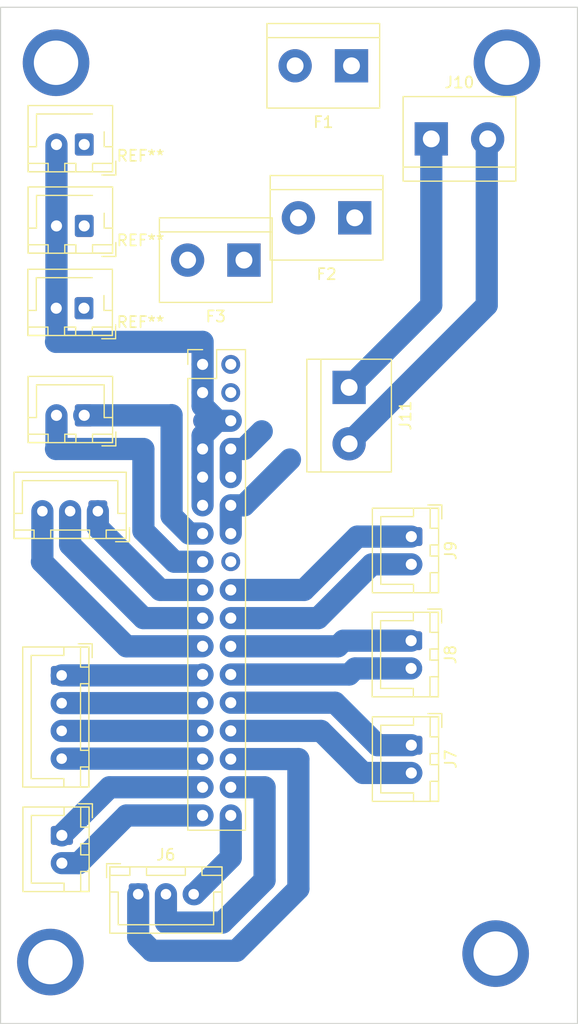
<source format=kicad_pcb>
(kicad_pcb (version 20221018) (generator pcbnew)
  (layers (0 "F.Cu" signal) (31 "B.Cu" signal) (34 "B.Paste" user) (35 "F.Paste" user) (36 "B.SilkS" user "B.Silkscreen") (37 "F.SilkS" user "F.Silkscreen") (38 "B.Mask" user) (39 "F.Mask" user) (44 "Edge.Cuts" user))
  (net 0 "")
  (net 1 "Net-(J1-Pin_2)")
  (net 2 "+24V")
  (net 3 "Net-(J1-Pin_10)")
  (net 4 "+12V")
  (net 5 "Net-(J1-Pin_12)")
  (net 6 "+5V")
  (net 7 "GND")
  (net 9 "Net-(J1-Pin_13)")
  (net 10 "Net-(J1-Pin_15)")
  (net 12 "Net-(J1-Pin_17)")
  (net 13 "/F1 +24v")
  (net 14 "Net-(J1-Pin_19)")
  (net 15 "Net-(J1-Pin_20)")
  (net 16 "Net-(J1-Pin_21)")
  (net 17 "/F2 +24v")
  (net 18 "Net-(J1-Pin_23)")
  (net 19 "Net-(J1-Pin_24)")
  (net 20 "Net-(J1-Pin_25)")
  (net 21 "/F3 +24v")
  (net 22 "Net-(J1-Pin_27)")
  (net 23 "Net-(J1-Pin_28)")
  (net 24 "Net-(J1-Pin_29)")
  (net 25 "Net-(J1-Pin_30)")
  (net 26 "Net-(J1-Pin_31)")
  (net 27 "Net-(J1-Pin_32)")
  (net 28 "Net-(J1-Pin_33)")
  (net 29 "Net-(J1-Pin_34)")
  (net 30 "Net-(J10-Pin_1)")
  (net 31 "Net-(J10-Pin_2)")
  (footprint "Connector_JST:JST_XH_B4B-XH-A_1x04_P2.50mm_Vertical" (layer "F.Cu") (at 20.508 75.198 -90)
    (fp_text reference "J4" hide)
    (fp_text value "Stepper")
    (fp_line (start -2.85 -2.75) (end -2.85 -1.5) (stroke (width 0.12)) (layer "F.SilkS"))
    (fp_line (start -2.56 -2.46) (end -2.56 3.51) (stroke (width 0.12)) (layer "F.SilkS"))
    (fp_line (start -2.56 3.51) (end 10.06 3.51) (stroke (width 0.12)) (layer "F.SilkS"))
    (fp_line (start -2.55 -2.45) (end -2.55 -1.7) (stroke (width 0.12)) (layer "F.SilkS"))
    (fp_line (start -2.55 -1.7) (end -0.75 -1.7) (stroke (width 0.12)) (layer "F.SilkS"))
    (fp_line (start -2.55 -0.2) (end -1.8 -0.2) (stroke (width 0.12)) (layer "F.SilkS"))
    (fp_line (start -1.8 -0.2) (end -1.8 2.75) (stroke (width 0.12)) (layer "F.SilkS"))
    (fp_line (start -1.8 2.75) (end 3.75 2.75) (stroke (width 0.12)) (layer "F.SilkS"))
    (fp_line (start -1.6 -2.75) (end -2.85 -2.75) (stroke (width 0.12)) (layer "F.SilkS"))
    (fp_line (start -0.75 -2.45) (end -2.55 -2.45) (stroke (width 0.12)) (layer "F.SilkS"))
    (fp_line (start -0.75 -1.7) (end -0.75 -2.45) (stroke (width 0.12)) (layer "F.SilkS"))
    (fp_line (start 0.75 -2.45) (end 0.75 -1.7) (stroke (width 0.12)) (layer "F.SilkS"))
    (fp_line (start 0.75 -1.7) (end 6.75 -1.7) (stroke (width 0.12)) (layer "F.SilkS"))
    (fp_line (start 6.75 -2.45) (end 0.75 -2.45) (stroke (width 0.12)) (layer "F.SilkS"))
    (fp_line (start 6.75 -1.7) (end 6.75 -2.45) (stroke (width 0.12)) (layer "F.SilkS"))
    (fp_line (start 8.25 -2.45) (end 8.25 -1.7) (stroke (width 0.12)) (layer "F.SilkS"))
    (fp_line (start 8.25 -1.7) (end 10.05 -1.7) (stroke (width 0.12)) (layer "F.SilkS"))
    (fp_line (start 9.3 -0.2) (end 9.3 2.75) (stroke (width 0.12)) (layer "F.SilkS"))
    (fp_line (start 9.3 2.75) (end 3.75 2.75) (stroke (width 0.12)) (layer "F.SilkS"))
    (fp_line (start 10.05 -2.45) (end 8.25 -2.45) (stroke (width 0.12)) (layer "F.SilkS"))
    (fp_line (start 10.05 -1.7) (end 10.05 -2.45) (stroke (width 0.12)) (layer "F.SilkS"))
    (fp_line (start 10.05 -0.2) (end 9.3 -0.2) (stroke (width 0.12)) (layer "F.SilkS"))
    (fp_line (start 10.06 -2.46) (end -2.56 -2.46) (stroke (width 0.12)) (layer "F.SilkS"))
    (fp_line (start 10.06 3.51) (end 10.06 -2.46) (stroke (width 0.12)) (layer "F.SilkS"))
    (pad "1" thru_hole roundrect (at 0 0 270) (size 1.7 1.95) (drill 0.95) (layers "*.Cu" "*.Mask") (roundrect_rratio 0.1470588235) (net 18 "Net-(J1-Pin_23)"))
    (pad "2" thru_hole oval (at 2.5 0 270) (size 1.7 1.95) (drill 0.95) (layers "*.Cu" "*.Mask") (net 20 "Net-(J1-Pin_25)"))
    (pad "3" thru_hole oval (at 5 0 270) (size 1.7 1.95) (drill 0.95) (layers "*.Cu" "*.Mask") (net 22 "Net-(J1-Pin_27)"))
    (pad "4" thru_hole oval (at 7.5 0 270) (size 1.7 1.95) (drill 0.95) (layers "*.Cu" "*.Mask") (net 24 "Net-(J1-Pin_29)"))
  )
  (footprint "TerminalBlock:TerminalBlock_bornier-2_P5.08mm" (layer "F.Cu") (at 46.924 33.97 180)
    (fp_text reference "F2" (at 2.54 -5.08 180) (layer "F.SilkS"))
    (fp_text value "Fuse")
    (fp_line (start -2.54 -3.81) (end -2.54 3.81) (stroke (width 0.12)) (layer "F.SilkS"))
    (fp_line (start -2.54 3.81) (end 7.62 3.81) (stroke (width 0.12)) (layer "F.SilkS"))
    (fp_line (start 7.62 -3.81) (end -2.54 -3.81) (stroke (width 0.12)) (layer "F.SilkS"))
    (fp_line (start 7.62 2.54) (end -2.54 2.54) (stroke (width 0.12)) (layer "F.SilkS"))
    (fp_line (start 7.62 3.81) (end 7.62 -3.81) (stroke (width 0.12)) (layer "F.SilkS"))
    (pad "1" thru_hole rect (at 0 0 180) (size 3 3) (drill 1.52) (layers "*.Cu" "*.Mask") (net 3 "Net-(J1-Pin_10)"))
    (pad "2" thru_hole circle (at 5.08 0 180) (size 3 3) (drill 1.52) (layers "*.Cu" "*.Mask") (net 4 "+12V"))
  )
  (footprint "Connector_JST:JST_XH_B3B-XH-A_1x03_P2.50mm_Vertical" (layer "F.Cu") (at 23.77 60.403 180)
    (fp_text reference "J3" hide)
    (fp_text value "3DT C")
    (fp_line (start -2.85 -2.75) (end -2.85 -1.5) (stroke (width 0.12)) (layer "F.SilkS"))
    (fp_line (start -2.56 -2.46) (end -2.56 3.51) (stroke (width 0.12)) (layer "F.SilkS"))
    (fp_line (start -2.56 3.51) (end 7.56 3.51) (stroke (width 0.12)) (layer "F.SilkS"))
    (fp_line (start -2.55 -2.45) (end -2.55 -1.7) (stroke (width 0.12)) (layer "F.SilkS"))
    (fp_line (start -2.55 -1.7) (end -0.75 -1.7) (stroke (width 0.12)) (layer "F.SilkS"))
    (fp_line (start -2.55 -0.2) (end -1.8 -0.2) (stroke (width 0.12)) (layer "F.SilkS"))
    (fp_line (start -1.8 -0.2) (end -1.8 2.75) (stroke (width 0.12)) (layer "F.SilkS"))
    (fp_line (start -1.8 2.75) (end 2.5 2.75) (stroke (width 0.12)) (layer "F.SilkS"))
    (fp_line (start -1.6 -2.75) (end -2.85 -2.75) (stroke (width 0.12)) (layer "F.SilkS"))
    (fp_line (start -0.75 -2.45) (end -2.55 -2.45) (stroke (width 0.12)) (layer "F.SilkS"))
    (fp_line (start -0.75 -1.7) (end -0.75 -2.45) (stroke (width 0.12)) (layer "F.SilkS"))
    (fp_line (start 0.75 -2.45) (end 0.75 -1.7) (stroke (width 0.12)) (layer "F.SilkS"))
    (fp_line (start 0.75 -1.7) (end 4.25 -1.7) (stroke (width 0.12)) (layer "F.SilkS"))
    (fp_line (start 4.25 -2.45) (end 0.75 -2.45) (stroke (width 0.12)) (layer "F.SilkS"))
    (fp_line (start 4.25 -1.7) (end 4.25 -2.45) (stroke (width 0.12)) (layer "F.SilkS"))
    (fp_line (start 5.75 -2.45) (end 5.75 -1.7) (stroke (width 0.12)) (layer "F.SilkS"))
    (fp_line (start 5.75 -1.7) (end 7.55 -1.7) (stroke (width 0.12)) (layer "F.SilkS"))
    (fp_line (start 6.8 -0.2) (end 6.8 2.75) (stroke (width 0.12)) (layer "F.SilkS"))
    (fp_line (start 6.8 2.75) (end 2.5 2.75) (stroke (width 0.12)) (layer "F.SilkS"))
    (fp_line (start 7.55 -2.45) (end 5.75 -2.45) (stroke (width 0.12)) (layer "F.SilkS"))
    (fp_line (start 7.55 -1.7) (end 7.55 -2.45) (stroke (width 0.12)) (layer "F.SilkS"))
    (fp_line (start 7.55 -0.2) (end 6.8 -0.2) (stroke (width 0.12)) (layer "F.SilkS"))
    (fp_line (start 7.56 -2.46) (end -2.56 -2.46) (stroke (width 0.12)) (layer "F.SilkS"))
    (fp_line (start 7.56 3.51) (end 7.56 -2.46) (stroke (width 0.12)) (layer "F.SilkS"))
    (pad "1" thru_hole roundrect (at 0 0 180) (size 1.7 1.95) (drill 0.95) (layers "*.Cu" "*.Mask") (roundrect_rratio 0.1470588235) (net 12 "Net-(J1-Pin_17)"))
    (pad "2" thru_hole oval (at 2.5 0 180) (size 1.7 1.95) (drill 0.95) (layers "*.Cu" "*.Mask") (net 14 "Net-(J1-Pin_19)"))
    (pad "3" thru_hole oval (at 5 0 180) (size 1.7 1.95) (drill 0.95) (layers "*.Cu" "*.Mask") (net 16 "Net-(J1-Pin_21)"))
  )
  (footprint "Connector_JST:JST_XH_B2B-XH-A_1x02_P2.50mm_Vertical" (layer "F.Cu") (at 20.525 89.616 -90)
    (fp_text reference "J5" hide)
    (fp_text value "Thermastat")
    (fp_line (start -2.85 -2.75) (end -2.85 -1.5) (stroke (width 0.12)) (layer "F.SilkS"))
    (fp_line (start -2.56 -2.46) (end -2.56 3.51) (stroke (width 0.12)) (layer "F.SilkS"))
    (fp_line (start -2.56 3.51) (end 5.06 3.51) (stroke (width 0.12)) (layer "F.SilkS"))
    (fp_line (start -2.55 -2.45) (end -2.55 -1.7) (stroke (width 0.12)) (layer "F.SilkS"))
    (fp_line (start -2.55 -1.7) (end -0.75 -1.7) (stroke (width 0.12)) (layer "F.SilkS"))
    (fp_line (start -2.55 -0.2) (end -1.8 -0.2) (stroke (width 0.12)) (layer "F.SilkS"))
    (fp_line (start -1.8 -0.2) (end -1.8 2.75) (stroke (width 0.12)) (layer "F.SilkS"))
    (fp_line (start -1.8 2.75) (end 1.25 2.75) (stroke (width 0.12)) (layer "F.SilkS"))
    (fp_line (start -1.6 -2.75) (end -2.85 -2.75) (stroke (width 0.12)) (layer "F.SilkS"))
    (fp_line (start -0.75 -2.45) (end -2.55 -2.45) (stroke (width 0.12)) (layer "F.SilkS"))
    (fp_line (start -0.75 -1.7) (end -0.75 -2.45) (stroke (width 0.12)) (layer "F.SilkS"))
    (fp_line (start 0.75 -2.45) (end 0.75 -1.7) (stroke (width 0.12)) (layer "F.SilkS"))
    (fp_line (start 0.75 -1.7) (end 1.75 -1.7) (stroke (width 0.12)) (layer "F.SilkS"))
    (fp_line (start 1.75 -2.45) (end 0.75 -2.45) (stroke (width 0.12)) (layer "F.SilkS"))
    (fp_line (start 1.75 -1.7) (end 1.75 -2.45) (stroke (width 0.12)) (layer "F.SilkS"))
    (fp_line (start 3.25 -2.45) (end 3.25 -1.7) (stroke (width 0.12)) (layer "F.SilkS"))
    (fp_line (start 3.25 -1.7) (end 5.05 -1.7) (stroke (width 0.12)) (layer "F.SilkS"))
    (fp_line (start 4.3 -0.2) (end 4.3 2.75) (stroke (width 0.12)) (layer "F.SilkS"))
    (fp_line (start 4.3 2.75) (end 1.25 2.75) (stroke (width 0.12)) (layer "F.SilkS"))
    (fp_line (start 5.05 -2.45) (end 3.25 -2.45) (stroke (width 0.12)) (layer "F.SilkS"))
    (fp_line (start 5.05 -1.7) (end 5.05 -2.45) (stroke (width 0.12)) (layer "F.SilkS"))
    (fp_line (start 5.05 -0.2) (end 4.3 -0.2) (stroke (width 0.12)) (layer "F.SilkS"))
    (fp_line (start 5.06 -2.46) (end -2.56 -2.46) (stroke (width 0.12)) (layer "F.SilkS"))
    (fp_line (start 5.06 3.51) (end 5.06 -2.46) (stroke (width 0.12)) (layer "F.SilkS"))
    (pad "1" thru_hole roundrect (at 0 0 270) (size 1.7 2) (drill 1) (layers "*.Cu" "*.Mask") (roundrect_rratio 0.1470588235) (net 26 "Net-(J1-Pin_31)"))
    (pad "2" thru_hole oval (at 2.5 0 270) (size 1.7 2) (drill 1) (layers "*.Cu" "*.Mask") (net 28 "Net-(J1-Pin_33)"))
  )
  (footprint "Connector_JST:JST_XH_B2B-XH-AM_1x02_P2.50mm_Vertical" (layer "F.Cu") (at 22.52 42.115 180)
    (fp_text reference "REF**" (at -5.1 -1.253) (layer "F.SilkS"))
    (fp_text value "+5v")
    (fp_line (start -2.85 -2.75) (end -2.85 -1.5) (stroke (width 0.12)) (layer "F.SilkS"))
    (fp_line (start -2.56 -2.46) (end -2.56 3.51) (stroke (width 0.12)) (layer "F.SilkS"))
    (fp_line (start -2.56 3.51) (end 5.06 3.51) (stroke (width 0.12)) (layer "F.SilkS"))
    (fp_line (start -2.55 -2.45) (end -2.55 -1.7) (stroke (width 0.12)) (layer "F.SilkS"))
    (fp_line (start -2.55 -1.7) (end -0.75 -1.7) (stroke (width 0.12)) (layer "F.SilkS"))
    (fp_line (start -2.55 -0.2) (end -1.8 -0.2) (stroke (width 0.12)) (layer "F.SilkS"))
    (fp_line (start -1.8 -0.2) (end -1.8 1.14) (stroke (width 0.12)) (layer "F.SilkS"))
    (fp_line (start -1.6 -2.75) (end -2.85 -2.75) (stroke (width 0.12)) (layer "F.SilkS"))
    (fp_line (start -0.75 -2.45) (end -2.55 -2.45) (stroke (width 0.12)) (layer "F.SilkS"))
    (fp_line (start -0.75 -1.7) (end -0.75 -2.45) (stroke (width 0.12)) (layer "F.SilkS"))
    (fp_line (start 0.75 -2.45) (end 0.75 -1.7) (stroke (width 0.12)) (layer "F.SilkS"))
    (fp_line (start 0.75 -1.7) (end 1.75 -1.7) (stroke (width 0.12)) (layer "F.SilkS"))
    (fp_line (start 1.25 2.75) (end -0.74 2.75) (stroke (width 0.12)) (layer "F.SilkS"))
    (fp_line (start 1.75 -2.45) (end 0.75 -2.45) (stroke (width 0.12)) (layer "F.SilkS"))
    (fp_line (start 1.75 -1.7) (end 1.75 -2.45) (stroke (width 0.12)) (layer "F.SilkS"))
    (fp_line (start 3.25 -2.45) (end 3.25 -1.7) (stroke (width 0.12)) (layer "F.SilkS"))
    (fp_line (start 3.25 -1.7) (end 5.05 -1.7) (stroke (width 0.12)) (layer "F.SilkS"))
    (fp_line (start 4.3 -0.2) (end 4.3 2.75) (stroke (width 0.12)) (layer "F.SilkS"))
    (fp_line (start 4.3 2.75) (end 1.25 2.75) (stroke (width 0.12)) (layer "F.SilkS"))
    (fp_line (start 5.05 -2.45) (end 3.25 -2.45) (stroke (width 0.12)) (layer "F.SilkS"))
    (fp_line (start 5.05 -1.7) (end 5.05 -2.45) (stroke (width 0.12)) (layer "F.SilkS"))
    (fp_line (start 5.05 -0.2) (end 4.3 -0.2) (stroke (width 0.12)) (layer "F.SilkS"))
    (fp_line (start 5.06 -2.46) (end -2.56 -2.46) (stroke (width 0.12)) (layer "F.SilkS"))
    (fp_line (start 5.06 3.51) (end 5.06 -2.46) (stroke (width 0.12)) (layer "F.SilkS"))
    (pad "" np_thru_hole circle (at -1.6 2 180) (size 1.2 1.2) (drill 1.2) (layers "F&B.Cu" "*.Mask"))
    (pad "1" thru_hole roundrect (at 0 0 180) (size 1.7 2) (drill 1) (layers "*.Cu" "*.Mask") (roundrect_rratio 0.1470588235) (net 6 "+5V"))
    (pad "2" thru_hole oval (at 2.5 0 180) (size 1.7 2) (drill 1) (layers "*.Cu" "*.Mask") (net 7 "GND"))
  )
  (footprint "Connector_JST:JST_XH_B3B-XH-A_1x03_P2.50mm_Vertical" (layer "F.Cu") (at 27.406 94.913)
    (fp_text reference "J6" (at 2.5 -3.55) (layer "F.SilkS"))
    (fp_text value "Stop Sensor")
    (fp_line (start -2.85 -2.75) (end -2.85 -1.5) (stroke (width 0.12)) (layer "F.SilkS"))
    (fp_line (start -2.56 -2.46) (end -2.56 3.51) (stroke (width 0.12)) (layer "F.SilkS"))
    (fp_line (start -2.56 3.51) (end 7.56 3.51) (stroke (width 0.12)) (layer "F.SilkS"))
    (fp_line (start -2.55 -2.45) (end -2.55 -1.7) (stroke (width 0.12)) (layer "F.SilkS"))
    (fp_line (start -2.55 -1.7) (end -0.75 -1.7) (stroke (width 0.12)) (layer "F.SilkS"))
    (fp_line (start -2.55 -0.2) (end -1.8 -0.2) (stroke (width 0.12)) (layer "F.SilkS"))
    (fp_line (start -1.8 -0.2) (end -1.8 2.75) (stroke (width 0.12)) (layer "F.SilkS"))
    (fp_line (start -1.8 2.75) (end 2.5 2.75) (stroke (width 0.12)) (layer "F.SilkS"))
    (fp_line (start -1.6 -2.75) (end -2.85 -2.75) (stroke (width 0.12)) (layer "F.SilkS"))
    (fp_line (start -0.75 -2.45) (end -2.55 -2.45) (stroke (width 0.12)) (layer "F.SilkS"))
    (fp_line (start -0.75 -1.7) (end -0.75 -2.45) (stroke (width 0.12)) (layer "F.SilkS"))
    (fp_line (start 0.75 -2.45) (end 0.75 -1.7) (stroke (width 0.12)) (layer "F.SilkS"))
    (fp_line (start 0.75 -1.7) (end 4.25 -1.7) (stroke (width 0.12)) (layer "F.SilkS"))
    (fp_line (start 4.25 -2.45) (end 0.75 -2.45) (stroke (width 0.12)) (layer "F.SilkS"))
    (fp_line (start 4.25 -1.7) (end 4.25 -2.45) (stroke (width 0.12)) (layer "F.SilkS"))
    (fp_line (start 5.75 -2.45) (end 5.75 -1.7) (stroke (width 0.12)) (layer "F.SilkS"))
    (fp_line (start 5.75 -1.7) (end 7.55 -1.7) (stroke (width 0.12)) (layer "F.SilkS"))
    (fp_line (start 6.8 -0.2) (end 6.8 2.75) (stroke (width 0.12)) (layer "F.SilkS"))
    (fp_line (start 6.8 2.75) (end 2.5 2.75) (stroke (width 0.12)) (layer "F.SilkS"))
    (fp_line (start 7.55 -2.45) (end 5.75 -2.45) (stroke (width 0.12)) (layer "F.SilkS"))
    (fp_line (start 7.55 -1.7) (end 7.55 -2.45) (stroke (width 0.12)) (layer "F.SilkS"))
    (fp_line (start 7.55 -0.2) (end 6.8 -0.2) (stroke (width 0.12)) (layer "F.SilkS"))
    (fp_line (start 7.56 -2.46) (end -2.56 -2.46) (stroke (width 0.12)) (layer "F.SilkS"))
    (fp_line (start 7.56 3.51) (end 7.56 -2.46) (stroke (width 0.12)) (layer "F.SilkS"))
    (pad "1" thru_hole roundrect (at 0 0) (size 1.7 1.95) (drill 0.95) (layers "*.Cu" "*.Mask") (roundrect_rratio 0.1470588235) (net 25 "Net-(J1-Pin_30)"))
    (pad "2" thru_hole oval (at 2.5 0) (size 1.7 1.95) (drill 0.95) (layers "*.Cu" "*.Mask") (net 27 "Net-(J1-Pin_32)"))
    (pad "3" thru_hole oval (at 5 0) (size 1.7 1.95) (drill 0.95) (layers "*.Cu" "*.Mask") (net 29 "Net-(J1-Pin_34)"))
  )
  (footprint "Connector_JST:JST_XH_B2B-XH-A_1x02_P2.50mm_Vertical" (layer "F.Cu") (at 52.004 72.07 -90)
    (fp_text reference "J8" (at 1.25 -3.55 90) (layer "F.SilkS"))
    (fp_text value "Fan2" hide)
    (fp_line (start -2.85 -2.75) (end -2.85 -1.5) (stroke (width 0.12)) (layer "F.SilkS"))
    (fp_line (start -2.56 -2.46) (end -2.56 3.51) (stroke (width 0.12)) (layer "F.SilkS"))
    (fp_line (start -2.56 3.51) (end 5.06 3.51) (stroke (width 0.12)) (layer "F.SilkS"))
    (fp_line (start -2.55 -2.45) (end -2.55 -1.7) (stroke (width 0.12)) (layer "F.SilkS"))
    (fp_line (start -2.55 -1.7) (end -0.75 -1.7) (stroke (width 0.12)) (layer "F.SilkS"))
    (fp_line (start -2.55 -0.2) (end -1.8 -0.2) (stroke (width 0.12)) (layer "F.SilkS"))
    (fp_line (start -1.8 -0.2) (end -1.8 2.75) (stroke (width 0.12)) (layer "F.SilkS"))
    (fp_line (start -1.8 2.75) (end 1.25 2.75) (stroke (width 0.12)) (layer "F.SilkS"))
    (fp_line (start -1.6 -2.75) (end -2.85 -2.75) (stroke (width 0.12)) (layer "F.SilkS"))
    (fp_line (start -0.75 -2.45) (end -2.55 -2.45) (stroke (width 0.12)) (layer "F.SilkS"))
    (fp_line (start -0.75 -1.7) (end -0.75 -2.45) (stroke (width 0.12)) (layer "F.SilkS"))
    (fp_line (start 0.75 -2.45) (end 0.75 -1.7) (stroke (width 0.12)) (layer "F.SilkS"))
    (fp_line (start 0.75 -1.7) (end 1.75 -1.7) (stroke (width 0.12)) (layer "F.SilkS"))
    (fp_line (start 1.75 -2.45) (end 0.75 -2.45) (stroke (width 0.12)) (layer "F.SilkS"))
    (fp_line (start 1.75 -1.7) (end 1.75 -2.45) (stroke (width 0.12)) (layer "F.SilkS"))
    (fp_line (start 3.25 -2.45) (end 3.25 -1.7) (stroke (width 0.12)) (layer "F.SilkS"))
    (fp_line (start 3.25 -1.7) (end 5.05 -1.7) (stroke (width 0.12)) (layer "F.SilkS"))
    (fp_line (start 4.3 -0.2) (end 4.3 2.75) (stroke (width 0.12)) (layer "F.SilkS"))
    (fp_line (start 4.3 2.75) (end 1.25 2.75) (stroke (width 0.12)) (layer "F.SilkS"))
    (fp_line (start 5.05 -2.45) (end 3.25 -2.45) (stroke (width 0.12)) (layer "F.SilkS"))
    (fp_line (start 5.05 -1.7) (end 5.05 -2.45) (stroke (width 0.12)) (layer "F.SilkS"))
    (fp_line (start 5.05 -0.2) (end 4.3 -0.2) (stroke (width 0.12)) (layer "F.SilkS"))
    (fp_line (start 5.06 -2.46) (end -2.56 -2.46) (stroke (width 0.12)) (layer "F.SilkS"))
    (fp_line (start 5.06 3.51) (end 5.06 -2.46) (stroke (width 0.12)) (layer "F.SilkS"))
    (pad "1" thru_hole roundrect (at 0 0 270) (size 1.7 2) (drill 1) (layers "*.Cu" "*.Mask") (roundrect_rratio 0.1470588235) (net 17 "/F2 +24v"))
    (pad "2" thru_hole oval (at 2.5 0 270) (size 1.7 2) (drill 1) (layers "*.Cu" "*.Mask") (net 19 "Net-(J1-Pin_24)"))
  )
  (footprint "TerminalBlock:TerminalBlock_bornier-2_P5.08mm" (layer "F.Cu") (at 46.416 49.25 -90)
    (fp_text reference "J11" (at 2.54 -5.08 -90) (layer "F.SilkS"))
    (fp_text value "Header Out")
    (fp_line (start -2.54 -3.81) (end -2.54 3.81) (stroke (width 0.12)) (layer "F.SilkS"))
    (fp_line (start -2.54 3.81) (end 7.62 3.81) (stroke (width 0.12)) (layer "F.SilkS"))
    (fp_line (start 7.62 -3.81) (end -2.54 -3.81) (stroke (width 0.12)) (layer "F.SilkS"))
    (fp_line (start 7.62 2.54) (end -2.54 2.54) (stroke (width 0.12)) (layer "F.SilkS"))
    (fp_line (start 7.62 3.81) (end 7.62 -3.81) (stroke (width 0.12)) (layer "F.SilkS"))
    (pad "1" thru_hole rect (at 0 0 270) (size 3 3) (drill 1.52) (layers "*.Cu" "*.Mask") (net 30 "Net-(J10-Pin_1)"))
    (pad "2" thru_hole circle (at 5.08 0 270) (size 3 3) (drill 1.52) (layers "*.Cu" "*.Mask") (net 31 "Net-(J10-Pin_2)"))
  )
  (footprint "TerminalBlock:TerminalBlock_bornier-2_P5.08mm" (layer "F.Cu") (at 36.938 37.78 180)
    (fp_text reference "F3" (at 2.54 -5.08 180) (layer "F.SilkS"))
    (fp_text value "Fuse")
    (fp_line (start -2.54 -3.81) (end -2.54 3.81) (stroke (width 0.12)) (layer "F.SilkS"))
    (fp_line (start -2.54 3.81) (end 7.62 3.81) (stroke (width 0.12)) (layer "F.SilkS"))
    (fp_line (start 7.62 -3.81) (end -2.54 -3.81) (stroke (width 0.12)) (layer "F.SilkS"))
    (fp_line (start 7.62 2.54) (end -2.54 2.54) (stroke (width 0.12)) (layer "F.SilkS"))
    (fp_line (start 7.62 3.81) (end 7.62 -3.81) (stroke (width 0.12)) (layer "F.SilkS"))
    (pad "1" thru_hole rect (at 0 0 180) (size 3 3) (drill 1.52) (layers "*.Cu" "*.Mask") (net 1 "Net-(J1-Pin_2)"))
    (pad "2" thru_hole circle (at 5.08 0 180) (size 3 3) (drill 1.52) (layers "*.Cu" "*.Mask") (net 6 "+5V"))
  )
  (footprint "Connector_JST:JST_XH_B2B-XH-A_1x02_P2.50mm_Vertical" (layer "F.Cu") (at 52.021 81.488 -90)
    (fp_text reference "J7" (at 1.25 -3.55 90) (layer "F.SilkS"))
    (fp_text value "Fan1" hide)
    (fp_line (start -2.85 -2.75) (end -2.85 -1.5) (stroke (width 0.12)) (layer "F.SilkS"))
    (fp_line (start -2.56 -2.46) (end -2.56 3.51) (stroke (width 0.12)) (layer "F.SilkS"))
    (fp_line (start -2.56 3.51) (end 5.06 3.51) (stroke (width 0.12)) (layer "F.SilkS"))
    (fp_line (start -2.55 -2.45) (end -2.55 -1.7) (stroke (width 0.12)) (layer "F.SilkS"))
    (fp_line (start -2.55 -1.7) (end -0.75 -1.7) (stroke (width 0.12)) (layer "F.SilkS"))
    (fp_line (start -2.55 -0.2) (end -1.8 -0.2) (stroke (width 0.12)) (layer "F.SilkS"))
    (fp_line (start -1.8 -0.2) (end -1.8 2.75) (stroke (width 0.12)) (layer "F.SilkS"))
    (fp_line (start -1.8 2.75) (end 1.25 2.75) (stroke (width 0.12)) (layer "F.SilkS"))
    (fp_line (start -1.6 -2.75) (end -2.85 -2.75) (stroke (width 0.12)) (layer "F.SilkS"))
    (fp_line (start -0.75 -2.45) (end -2.55 -2.45) (stroke (width 0.12)) (layer "F.SilkS"))
    (fp_line (start -0.75 -1.7) (end -0.75 -2.45) (stroke (width 0.12)) (layer "F.SilkS"))
    (fp_line (start 0.75 -2.45) (end 0.75 -1.7) (stroke (width 0.12)) (layer "F.SilkS"))
    (fp_line (start 0.75 -1.7) (end 1.75 -1.7) (stroke (width 0.12)) (layer "F.SilkS"))
    (fp_line (start 1.75 -2.45) (end 0.75 -2.45) (stroke (width 0.12)) (layer "F.SilkS"))
    (fp_line (start 1.75 -1.7) (end 1.75 -2.45) (stroke (width 0.12)) (layer "F.SilkS"))
    (fp_line (start 3.25 -2.45) (end 3.25 -1.7) (stroke (width 0.12)) (layer "F.SilkS"))
    (fp_line (start 3.25 -1.7) (end 5.05 -1.7) (stroke (width 0.12)) (layer "F.SilkS"))
    (fp_line (start 4.3 -0.2) (end 4.3 2.75) (stroke (width 0.12)) (layer "F.SilkS"))
    (fp_line (start 4.3 2.75) (end 1.25 2.75) (stroke (width 0.12)) (layer "F.SilkS"))
    (fp_line (start 5.05 -2.45) (end 3.25 -2.45) (stroke (width 0.12)) (layer "F.SilkS"))
    (fp_line (start 5.05 -1.7) (end 5.05 -2.45) (stroke (width 0.12)) (layer "F.SilkS"))
    (fp_line (start 5.05 -0.2) (end 4.3 -0.2) (stroke (width 0.12)) (layer "F.SilkS"))
    (fp_line (start 5.06 -2.46) (end -2.56 -2.46) (stroke (width 0.12)) (layer "F.SilkS"))
    (fp_line (start 5.06 3.51) (end 5.06 -2.46) (stroke (width 0.12)) (layer "F.SilkS"))
    (pad "1" thru_hole roundrect (at 0 0 270) (size 1.7 2) (drill 1) (layers "*.Cu" "*.Mask") (roundrect_rratio 0.1470588235) (net 13 "/F1 +24v"))
    (pad "2" thru_hole oval (at 2.5 0 270) (size 1.7 2) (drill 1) (layers "*.Cu" "*.Mask") (net 23 "Net-(J1-Pin_28)"))
  )
  (footprint "Connector_JST:JST_XH_B2B-XH-A_1x02_P2.50mm_Vertical" (layer "F.Cu") (at 22.54 51.767 180)
    (fp_text reference "J2" hide)
    (fp_text value "3DT -Z")
    (fp_line (start -2.85 -2.75) (end -2.85 -1.5) (stroke (width 0.12)) (layer "F.SilkS"))
    (fp_line (start -2.56 -2.46) (end -2.56 3.51) (stroke (width 0.12)) (layer "F.SilkS"))
    (fp_line (start -2.56 3.51) (end 5.06 3.51) (stroke (width 0.12)) (layer "F.SilkS"))
    (fp_line (start -2.55 -2.45) (end -2.55 -1.7) (stroke (width 0.12)) (layer "F.SilkS"))
    (fp_line (start -2.55 -1.7) (end -0.75 -1.7) (stroke (width 0.12)) (layer "F.SilkS"))
    (fp_line (start -2.55 -0.2) (end -1.8 -0.2) (stroke (width 0.12)) (layer "F.SilkS"))
    (fp_line (start -1.8 -0.2) (end -1.8 2.75) (stroke (width 0.12)) (layer "F.SilkS"))
    (fp_line (start -1.8 2.75) (end 1.25 2.75) (stroke (width 0.12)) (layer "F.SilkS"))
    (fp_line (start -1.6 -2.75) (end -2.85 -2.75) (stroke (width 0.12)) (layer "F.SilkS"))
    (fp_line (start -0.75 -2.45) (end -2.55 -2.45) (stroke (width 0.12)) (layer "F.SilkS"))
    (fp_line (start -0.75 -1.7) (end -0.75 -2.45) (stroke (width 0.12)) (layer "F.SilkS"))
    (fp_line (start 0.75 -2.45) (end 0.75 -1.7) (stroke (width 0.12)) (layer "F.SilkS"))
    (fp_line (start 0.75 -1.7) (end 1.75 -1.7) (stroke (width 0.12)) (layer "F.SilkS"))
    (fp_line (start 1.75 -2.45) (end 0.75 -2.45) (stroke (width 0.12)) (layer "F.SilkS"))
    (fp_line (start 1.75 -1.7) (end 1.75 -2.45) (stroke (width 0.12)) (layer "F.SilkS"))
    (fp_line (start 3.25 -2.45) (end 3.25 -1.7) (stroke (width 0.12)) (layer "F.SilkS"))
    (fp_line (start 3.25 -1.7) (end 5.05 -1.7) (stroke (width 0.12)) (layer "F.SilkS"))
    (fp_line (start 4.3 -0.2) (end 4.3 2.75) (stroke (width 0.12)) (layer "F.SilkS"))
    (fp_line (start 4.3 2.75) (end 1.25 2.75) (stroke (width 0.12)) (layer "F.SilkS"))
    (fp_line (start 5.05 -2.45) (end 3.25 -2.45) (stroke (width 0.12)) (layer "F.SilkS"))
    (fp_line (start 5.05 -1.7) (end 5.05 -2.45) (stroke (width 0.12)) (layer "F.SilkS"))
    (fp_line (start 5.05 -0.2) (end 4.3 -0.2) (stroke (width 0.12)) (layer "F.SilkS"))
    (fp_line (start 5.06 -2.46) (end -2.56 -2.46) (stroke (width 0.12)) (layer "F.SilkS"))
    (fp_line (start 5.06 3.51) (end 5.06 -2.46) (stroke (width 0.12)) (layer "F.SilkS"))
    (pad "1" thru_hole roundrect (at 0 0 180) (size 1.7 2) (drill 1) (layers "*.Cu" "*.Mask") (roundrect_rratio 0.1470588235) (net 9 "Net-(J1-Pin_13)"))
    (pad "2" thru_hole oval (at 2.5 0 180) (size 1.7 2) (drill 1) (layers "*.Cu" "*.Mask") (net 10 "Net-(J1-Pin_15)"))
  )
  (footprint "Connector_JST:JST_XH_B2B-XH-AM_1x02_P2.50mm_Vertical" (layer "F.Cu") (at 22.54 27.366 180)
    (fp_text reference "REF**" (at -5.08 -1.016) (layer "F.SilkS"))
    (fp_text value "+24v")
    (fp_line (start -2.85 -2.75) (end -2.85 -1.5) (stroke (width 0.12)) (layer "F.SilkS"))
    (fp_line (start -2.56 -2.46) (end -2.56 3.51) (stroke (width 0.12)) (layer "F.SilkS"))
    (fp_line (start -2.56 3.51) (end 5.06 3.51) (stroke (width 0.12)) (layer "F.SilkS"))
    (fp_line (start -2.55 -2.45) (end -2.55 -1.7) (stroke (width 0.12)) (layer "F.SilkS"))
    (fp_line (start -2.55 -1.7) (end -0.75 -1.7) (stroke (width 0.12)) (layer "F.SilkS"))
    (fp_line (start -2.55 -0.2) (end -1.8 -0.2) (stroke (width 0.12)) (layer "F.SilkS"))
    (fp_line (start -1.8 -0.2) (end -1.8 1.14) (stroke (width 0.12)) (layer "F.SilkS"))
    (fp_line (start -1.6 -2.75) (end -2.85 -2.75) (stroke (width 0.12)) (layer "F.SilkS"))
    (fp_line (start -0.75 -2.45) (end -2.55 -2.45) (stroke (width 0.12)) (layer "F.SilkS"))
    (fp_line (start -0.75 -1.7) (end -0.75 -2.45) (stroke (width 0.12)) (layer "F.SilkS"))
    (fp_line (start 0.75 -2.45) (end 0.75 -1.7) (stroke (width 0.12)) (layer "F.SilkS"))
    (fp_line (start 0.75 -1.7) (end 1.75 -1.7) (stroke (width 0.12)) (layer "F.SilkS"))
    (fp_line (start 1.25 2.75) (end -0.74 2.75) (stroke (width 0.12)) (layer "F.SilkS"))
    (fp_line (start 1.75 -2.45) (end 0.75 -2.45) (stroke (width 0.12)) (layer "F.SilkS"))
    (fp_line (start 1.75 -1.7) (end 1.75 -2.45) (stroke (width 0.12)) (layer "F.SilkS"))
    (fp_line (start 3.25 -2.45) (end 3.25 -1.7) (stroke (width 0.12)) (layer "F.SilkS"))
    (fp_line (start 3.25 -1.7) (end 5.05 -1.7) (stroke (width 0.12)) (layer "F.SilkS"))
    (fp_line (start 4.3 -0.2) (end 4.3 2.75) (stroke (width 0.12)) (layer "F.SilkS"))
    (fp_line (start 4.3 2.75) (end 1.25 2.75) (stroke (width 0.12)) (layer "F.SilkS"))
    (fp_line (start 5.05 -2.45) (end 3.25 -2.45) (stroke (width 0.12)) (layer "F.SilkS"))
    (fp_line (start 5.05 -1.7) (end 5.05 -2.45) (stroke (width 0.12)) (layer "F.SilkS"))
    (fp_line (start 5.05 -0.2) (end 4.3 -0.2) (stroke (width 0.12)) (layer "F.SilkS"))
    (fp_line (start 5.06 -2.46) (end -2.56 -2.46) (stroke (width 0.12)) (layer "F.SilkS"))
    (fp_line (start 5.06 3.51) (end 5.06 -2.46) (stroke (width 0.12)) (layer "F.SilkS"))
    (pad "" np_thru_hole circle (at -1.6 2 180) (size 1.2 1.2) (drill 1.2) (layers "*.Cu" "*.Mask"))
    (pad "1" thru_hole roundrect (at 0 0 180) (size 1.7 2) (drill 1) (layers "*.Cu" "*.Mask") (roundrect_rratio 0.1470588235) (net 2 "+24V"))
    (pad "2" thru_hole oval (at 2.5 0 180) (size 1.7 2) (drill 1) (layers "*.Cu" "*.Mask") (net 7 "GND"))
  )
  (footprint "Connector_PinHeader_2.54mm:PinHeader_2x17_P2.54mm_Vertical" (layer "F.Cu") (at 33.208 47.178)
    (fp_text reference "J1" hide)
    (fp_text value "Floppy" hide)
    (fp_line (start -1.33 -1.33) (end 0 -1.33) (stroke (width 0.12)) (layer "F.SilkS"))
    (fp_line (start -1.33 0) (end -1.33 -1.33) (stroke (width 0.12)) (layer "F.SilkS"))
    (fp_line (start -1.33 1.27) (end -1.33 41.97) (stroke (width 0.12)) (layer "F.SilkS"))
    (fp_line (start -1.33 1.27) (end 1.27 1.27) (stroke (width 0.12)) (layer "F.SilkS"))
    (fp_line (start -1.33 41.97) (end 3.87 41.97) (stroke (width 0.12)) (layer "F.SilkS"))
    (fp_line (start 1.27 -1.33) (end 3.87 -1.33) (stroke (width 0.12)) (layer "F.SilkS"))
    (fp_line (start 1.27 1.27) (end 1.27 -1.33) (stroke (width 0.12)) (layer "F.SilkS"))
    (fp_line (start 3.87 -1.33) (end 3.87 41.97) (stroke (width 0.12)) (layer "F.SilkS"))
    (pad "1" thru_hole rect (at 0 0) (size 1.7 1.7) (drill 1) (layers "*.Cu" "*.Mask") (net 7 "GND"))
    (pad "2" thru_hole oval (at 2.54 0) (size 1.7 1.7) (drill 1) (layers "*.Cu" "*.Mask") (net 1 "Net-(J1-Pin_2)"))
    (pad "3" thru_hole oval (at 0 2.54) (size 1.7 1.7) (drill 1) (layers "*.Cu" "*.Mask") (net 7 "GND"))
    (pad "4" thru_hole oval (at 2.54 2.54) (size 1.7 1.7) (drill 1) (layers "*.Cu" "*.Mask") (net 1 "Net-(J1-Pin_2)"))
    (pad "5" smd oval (at 0 5.08) (size 1.7 1.7) (layers "*.Cu" "*.Mask"))
    (pad "6" thru_hole oval (at 2.54 5.08) (size 1.7 1.7) (drill 1) (layers "*.Cu" "*.Mask") (net 7 "GND"))
    (pad "7" thru_hole oval (at 0 7.62) (size 1.7 1.7) (drill 1) (layers "*.Cu" "*.Mask") (net 7 "GND"))
    (pad "8" thru_hole oval (at 2.54 7.62) (size 1.7 1.7) (drill 1) (layers "*.Cu" "*.Mask") (net 3 "Net-(J1-Pin_10)"))
    (pad "9" thru_hole oval (at 0 10.16) (size 1.7 1.7) (drill 1) (layers "*.Cu" "*.Mask") (net 7 "GND"))
    (pad "10" thru_hole oval (at 2.54 10.16) (size 1.7 1.7) (drill 1) (layers "*.Cu" "*.Mask") (net 3 "Net-(J1-Pin_10)"))
    (pad "11" thru_hole oval (at 0 12.7) (size 1.7 1.7) (drill 1) (layers "*.Cu" "*.Mask") (net 7 "GND"))
    (pad "12" thru_hole oval (at 2.54 12.7) (size 1.7 1.7) (drill 1) (layers "*.Cu" "*.Mask") (net 5 "Net-(J1-Pin_12)"))
    (pad "13" thru_hole oval (at 0 15.24) (size 1.7 1.7) (drill 1) (layers "*.Cu" "*.Mask") (net 9 "Net-(J1-Pin_13)"))
    (pad "14" thru_hole oval (at 2.54 15.24) (size 1.7 1.7) (drill 1) (layers "*.Cu" "*.Mask") (net 5 "Net-(J1-Pin_12)"))
    (pad "15" thru_hole oval (at 0 17.78) (size 1.7 1.7) (drill 1) (layers "*.Cu" "*.Mask") (net 10 "Net-(J1-Pin_15)"))
    (pad "16" thru_hole oval (at 2.54 17.78) (size 1.7 1.7) (drill 1) (layers "*.Cu" "*.Mask"))
    (pad "17" thru_hole oval (at 0 20.32) (size 1.7 1.7) (drill 1) (layers "*.Cu" "*.Mask") (net 12 "Net-(J1-Pin_17)"))
    (pad "18" thru_hole oval (at 2.54 20.32) (size 1.7 1.7) (drill 1) (layers "*.Cu" "*.Mask") (net 21 "/F3 +24v"))
    (pad "19" thru_hole oval (at 0 22.86) (size 1.7 1.7) (drill 1) (layers "*.Cu" "*.Mask") (net 14 "Net-(J1-Pin_19)"))
    (pad "20" thru_hole oval (at 2.54 22.86) (size 1.7 1.7) (drill 1) (layers "*.Cu" "*.Mask") (net 15 "Net-(J1-Pin_20)"))
    (pad "21" thru_hole oval (at 0 25.4) (size 1.7 1.7) (drill 1) (layers "*.Cu" "*.Mask") (net 16 "Net-(J1-Pin_21)"))
    (pad "22" thru_hole oval (at 2.54 25.4) (size 1.7 1.7) (drill 1) (layers "*.Cu" "*.Mask") (net 17 "/F2 +24v"))
    (pad "23" thru_hole oval (at 0 27.94) (size 1.7 1.7) (drill 1) (layers "*.Cu" "*.Mask") (net 18 "Net-(J1-Pin_23)"))
    (pad "24" thru_hole oval (at 2.54 27.94) (size 1.7 1.7) (drill 1) (layers "*.Cu" "*.Mask") (net 19 "Net-(J1-Pin_24)"))
    (pad "25" thru_hole oval (at 0 30.48) (size 1.7 1.7) (drill 1) (layers "*.Cu" "*.Mask") (net 20 "Net-(J1-Pin_25)"))
    (pad "26" thru_hole oval (at 2.54 30.48) (size 1.7 1.7) (drill 1) (layers "*.Cu" "*.Mask") (net 13 "/F1 +24v"))
    (pad "27" thru_hole oval (at 0 33.02) (size 1.7 1.7) (drill 1) (layers "*.Cu" "*.Mask") (net 22 "Net-(J1-Pin_27)"))
    (pad "28" thru_hole oval (at 2.54 33.02) (size 1.7 1.7) (drill 1) (layers "*.Cu" "*.Mask") (net 23 "Net-(J1-Pin_28)"))
    (pad "29" thru_hole oval (at 0 35.56) (size 1.7 1.7) (drill 1) (layers "*.Cu" "*.Mask") (net 24 "Net-(J1-Pin_29)"))
    (pad "30" thru_hole oval (at 2.54 35.56) (size 1.7 1.7) (drill 1) (layers "*.Cu" "*.Mask") (net 25 "Net-(J1-Pin_30)"))
    (pad "31" thru_hole oval (at 0 38.1) (size 1.7 1.7) (drill 1) (layers "*.Cu" "*.Mask") (net 26 "Net-(J1-Pin_31)"))
    (pad "32" thru_hole oval (at 2.54 38.1) (size 1.7 1.7) (drill 1) (layers "*.Cu" "*.Mask") (net 27 "Net-(J1-Pin_32)"))
    (pad "33" thru_hole oval (at 0 40.64) (size 1.7 1.7) (drill 1) (layers "*.Cu" "*.Mask") (net 28 "Net-(J1-Pin_33)"))
    (pad "34" thru_hole oval (at 2.54 40.64) (size 1.7 1.7) (drill 1) (layers "*.Cu" "*.Mask") (net 29 "Net-(J1-Pin_34)"))
  )
  (footprint "Connector_JST:JST_XH_B2B-XH-AM_1x02_P2.50mm_Vertical" (layer "F.Cu") (at 22.54 34.7 180)
    (fp_text reference "REF**" (at -5.08 -1.302) (layer "F.SilkS"))
    (fp_text value "+12v")
    (fp_line (start -2.85 -2.75) (end -2.85 -1.5) (stroke (width 0.12)) (layer "F.SilkS"))
    (fp_line (start -2.56 -2.46) (end -2.56 3.51) (stroke (width 0.12)) (layer "F.SilkS"))
    (fp_line (start -2.56 3.51) (end 5.06 3.51) (stroke (width 0.12)) (layer "F.SilkS"))
    (fp_line (start -2.55 -2.45) (end -2.55 -1.7) (stroke (width 0.12)) (layer "F.SilkS"))
    (fp_line (start -2.55 -1.7) (end -0.75 -1.7) (stroke (width 0.12)) (layer "F.SilkS"))
    (fp_line (start -2.55 -0.2) (end -1.8 -0.2) (stroke (width 0.12)) (layer "F.SilkS"))
    (fp_line (start -1.8 -0.2) (end -1.8 1.14) (stroke (width 0.12)) (layer "F.SilkS"))
    (fp_line (start -1.6 -2.75) (end -2.85 -2.75) (stroke (width 0.12)) (layer "F.SilkS"))
    (fp_line (start -0.75 -2.45) (end -2.55 -2.45) (stroke (width 0.12)) (layer "F.SilkS"))
    (fp_line (start -0.75 -1.7) (end -0.75 -2.45) (stroke (width 0.12)) (layer "F.SilkS"))
    (fp_line (start 0.75 -2.45) (end 0.75 -1.7) (stroke (width 0.12)) (layer "F.SilkS"))
    (fp_line (start 0.75 -1.7) (end 1.75 -1.7) (stroke (width 0.12)) (layer "F.SilkS"))
    (fp_line (start 1.25 2.75) (end -0.74 2.75) (stroke (width 0.12)) (layer "F.SilkS"))
    (fp_line (start 1.75 -2.45) (end 0.75 -2.45) (stroke (width 0.12)) (layer "F.SilkS"))
    (fp_line (start 1.75 -1.7) (end 1.75 -2.45) (stroke (width 0.12)) (layer "F.SilkS"))
    (fp_line (start 3.25 -2.45) (end 3.25 -1.7) (stroke (width 0.12)) (layer "F.SilkS"))
    (fp_line (start 3.25 -1.7) (end 5.05 -1.7) (stroke (width 0.12)) (layer "F.SilkS"))
    (fp_line (start 4.3 -0.2) (end 4.3 2.75) (stroke (width 0.12)) (layer "F.SilkS"))
    (fp_line (start 4.3 2.75) (end 1.25 2.75) (stroke (width 0.12)) (layer "F.SilkS"))
    (fp_line (start 5.05 -2.45) (end 3.25 -2.45) (stroke (width 0.12)) (layer "F.SilkS"))
    (fp_line (start 5.05 -1.7) (end 5.05 -2.45) (stroke (width 0.12)) (layer "F.SilkS"))
    (fp_line (start 5.05 -0.2) (end 4.3 -0.2) (stroke (width 0.12)) (layer "F.SilkS"))
    (fp_line (start 5.06 -2.46) (end -2.56 -2.46) (stroke (width 0.12)) (layer "F.SilkS"))
    (fp_line (start 5.06 3.51) (end 5.06 -2.46) (stroke (width 0.12)) (layer "F.SilkS"))
    (pad "" np_thru_hole circle (at -1.6 2 180) (size 1.2 1.2) (drill 1.2) (layers "F&B.Cu" "*.Mask"))
    (pad "1" thru_hole roundrect (at 0 0 180) (size 1.7 2) (drill 1) (layers "*.Cu" "*.Mask") (roundrect_rratio 0.1470588235) (net 4 "+12V"))
    (pad "2" thru_hole oval (at 2.5 0 180) (size 1.7 2) (drill 1) (layers "*.Cu" "*.Mask") (net 7 "GND"))
  )
  (footprint "Connector_JST:JST_XH_B2B-XH-A_1x02_P2.50mm_Vertical" (layer "F.Cu") (at 52.021 62.692 -90)
    (fp_text reference "J9" (at 1.25 -3.55 90) (layer "F.SilkS"))
    (fp_text value "Fan3" hide)
    (fp_line (start -2.85 -2.75) (end -2.85 -1.5) (stroke (width 0.12)) (layer "F.SilkS"))
    (fp_line (start -2.56 -2.46) (end -2.56 3.51) (stroke (width 0.12)) (layer "F.SilkS"))
    (fp_line (start -2.56 3.51) (end 5.06 3.51) (stroke (width 0.12)) (layer "F.SilkS"))
    (fp_line (start -2.55 -2.45) (end -2.55 -1.7) (stroke (width 0.12)) (layer "F.SilkS"))
    (fp_line (start -2.55 -1.7) (end -0.75 -1.7) (stroke (width 0.12)) (layer "F.SilkS"))
    (fp_line (start -2.55 -0.2) (end -1.8 -0.2) (stroke (width 0.12)) (layer "F.SilkS"))
    (fp_line (start -1.8 -0.2) (end -1.8 2.75) (stroke (width 0.12)) (layer "F.SilkS"))
    (fp_line (start -1.8 2.75) (end 1.25 2.75) (stroke (width 0.12)) (layer "F.SilkS"))
    (fp_line (start -1.6 -2.75) (end -2.85 -2.75) (stroke (width 0.12)) (layer "F.SilkS"))
    (fp_line (start -0.75 -2.45) (end -2.55 -2.45) (stroke (width 0.12)) (layer "F.SilkS"))
    (fp_line (start -0.75 -1.7) (end -0.75 -2.45) (stroke (width 0.12)) (layer "F.SilkS"))
    (fp_line (start 0.75 -2.45) (end 0.75 -1.7) (stroke (width 0.12)) (layer "F.SilkS"))
    (fp_line (start 0.75 -1.7) (end 1.75 -1.7) (stroke (width 0.12)) (layer "F.SilkS"))
    (fp_line (start 1.75 -2.45) (end 0.75 -2.45) (stroke (width 0.12)) (layer "F.SilkS"))
    (fp_line (start 1.75 -1.7) (end 1.75 -2.45) (stroke (width 0.12)) (layer "F.SilkS"))
    (fp_line (start 3.25 -2.45) (end 3.25 -1.7) (stroke (width 0.12)) (layer "F.SilkS"))
    (fp_line (start 3.25 -1.7) (end 5.05 -1.7) (stroke (width 0.12)) (layer "F.SilkS"))
    (fp_line (start 4.3 -0.2) (end 4.3 2.75) (stroke (width 0.12)) (layer "F.SilkS"))
    (fp_line (start 4.3 2.75) (end 1.25 2.75) (stroke (width 0.12)) (layer "F.SilkS"))
    (fp_line (start 5.05 -2.45) (end 3.25 -2.45) (stroke (width 0.12)) (layer "F.SilkS"))
    (fp_line (start 5.05 -1.7) (end 5.05 -2.45) (stroke (width 0.12)) (layer "F.SilkS"))
    (fp_line (start 5.05 -0.2) (end 4.3 -0.2) (stroke (width 0.12)) (layer "F.SilkS"))
    (fp_line (start 5.06 -2.46) (end -2.56 -2.46) (stroke (width 0.12)) (layer "F.SilkS"))
    (fp_line (start 5.06 3.51) (end 5.06 -2.46) (stroke (width 0.12)) (layer "F.SilkS"))
    (pad "1" thru_hole roundrect (at 0 0 270) (size 1.7 2) (drill 1) (layers "*.Cu" "*.Mask") (roundrect_rratio 0.1470588235) (net 21 "/F3 +24v"))
    (pad "2" thru_hole oval (at 2.5 0 270) (size 1.7 2) (drill 1) (layers "*.Cu" "*.Mask") (net 15 "Net-(J1-Pin_20)"))
  )
  (footprint "TerminalBlock:TerminalBlock_bornier-2_P5.08mm" (layer "F.Cu") (at 46.63 20.274 180)
    (fp_text reference "F1" (at 2.54 -5.08 180) (layer "F.SilkS"))
    (fp_text value "Fuse")
    (fp_line (start -2.54 -3.81) (end -2.54 3.81) (stroke (width 0.12)) (layer "F.SilkS"))
    (fp_line (start -2.54 3.81) (end 7.62 3.81) (stroke (width 0.12)) (layer "F.SilkS"))
    (fp_line (start 7.62 -3.81) (end -2.54 -3.81) (stroke (width 0.12)) (layer "F.SilkS"))
    (fp_line (start 7.62 2.54) (end -2.54 2.54) (stroke (width 0.12)) (layer "F.SilkS"))
    (fp_line (start 7.62 3.81) (end 7.62 -3.81) (stroke (width 0.12)) (layer "F.SilkS"))
    (pad "1" thru_hole rect (at 0 0 180) (size 3 3) (drill 1.52) (layers "*.Cu" "*.Mask") (net 5 "Net-(J1-Pin_12)"))
    (pad "2" thru_hole circle (at 5.08 0 180) (size 3 3) (drill 1.52) (layers "*.Cu" "*.Mask") (net 2 "+24V"))
  )
  (footprint "TerminalBlock:TerminalBlock_bornier-2_P5.08mm" (layer "F.Cu") (at 53.822 26.858)
    (fp_text reference "J10" (at 2.54 -5.08) (layer "F.SilkS"))
    (fp_text value "Heater In")
    (fp_line (start -2.54 -3.81) (end -2.54 3.81) (stroke (width 0.12)) (layer "F.SilkS"))
    (fp_line (start -2.54 3.81) (end 7.62 3.81) (stroke (width 0.12)) (layer "F.SilkS"))
    (fp_line (start 7.62 -3.81) (end -2.54 -3.81) (stroke (width 0.12)) (layer "F.SilkS"))
    (fp_line (start 7.62 2.54) (end -2.54 2.54) (stroke (width 0.12)) (layer "F.SilkS"))
    (fp_line (start 7.62 3.81) (end 7.62 -3.81) (stroke (width 0.12)) (layer "F.SilkS"))
    (pad "1" thru_hole rect (at 0 0) (size 3 3) (drill 1.52) (layers "*.Cu" "*.Mask") (net 30 "Net-(J10-Pin_1)"))
    (pad "2" thru_hole circle (at 5.08 0) (size 3 3) (drill 1.52) (layers "*.Cu" "*.Mask") (net 31 "Net-(J10-Pin_2)"))
  )
  (gr_rect (start 15 15) (end 66.998 106.566) (stroke (width 0.1)) (fill none) (layer "Edge.Cuts"))
  (via (at 60.64 20) (size 6) (drill 4) (layers "F.Cu" "B.Cu") (net 0))
  (via (at 19.492 101.026) (size 6) (drill 4) (layers "F.Cu" "B.Cu") (net 0))
  (via (at 20 20) (size 6) (drill 4) (layers "F.Cu" "B.Cu") (net 0))
  (via (at 59.624 100.264) (size 6) (drill 4) (layers "F.Cu" "B.Cu") (net 0))
  (segment (start 36.950081 54.798) (end 35.748 54.798) (width 2) (layer "B.Cu") (net 3))
  (segment (start 35.748 54.798) (end 35.748 57.338) (width 2) (layer "B.Cu") (net 3))
  (segment (start 38.542 53.206081) (end 36.950081 54.798) (width 2) (layer "B.Cu") (net 3))
  (segment (start 41.082 55.746081) (end 36.950081 59.878) (width 2) (layer "B.Cu") (net 5))
  (segment (start 36.950081 59.878) (end 35.748 59.878) (width 2) (layer "B.Cu") (net 5))
  (segment (start 35.748 62.418) (end 35.748 59.878) (width 2) (layer "B.Cu") (net 5))
  (segment (start 33.208 49.718) (end 33.208 50.920081) (width 2) (layer "B.Cu") (net 7))
  (segment (start 33.208 57.338) (end 33.208 59.878) (width 2) (layer "B.Cu") (net 7))
  (segment (start 35.748 52.258) (end 34.545919 52.258) (width 2) (layer "B.Cu") (net 7))
  (segment (start 33.208 53.595919) (end 33.208 54.798) (width 2) (layer "B.Cu") (net 7))
  (segment (start 33.208 47.178) (end 33.208 49.718) (width 2) (layer "B.Cu") (net 7))
  (segment (start 34.545919 52.258) (end 33.208 53.595919) (width 2) (layer "B.Cu") (net 7))
  (segment (start 33.208 45.146) (end 33.208 47.178) (width 2) (layer "B.Cu") (net 7))
  (segment (start 20.04 45.106) (end 20 45.146) (width 2) (layer "B.Cu") (net 7))
  (segment (start 20.04 27.366) (end 20.04 45.106) (width 2) (layer "B.Cu") (net 7))
  (segment (start 33.208 54.798) (end 33.208 57.338) (width 2) (layer "B.Cu") (net 7))
  (segment (start 20 45.146) (end 33.208 45.146) (width 2) (layer "B.Cu") (net 7))
  (segment (start 33.208 50.920081) (end 34.545919 52.258) (width 2) (layer "B.Cu") (net 7))
  (segment (start 32.005919 62.418) (end 33.208 62.418) (width 2) (layer "B.Cu") (net 9))
  (segment (start 30.414 60.826081) (end 32.005919 62.418) (width 2) (layer "B.Cu") (net 9))
  (segment (start 30.414 51.75) (end 30.414 60.826081) (width 2) (layer "B.Cu") (net 9))
  (segment (start 22.54 51.767) (end 30.397 51.767) (width 2) (layer "B.Cu") (net 9))
  (segment (start 30.397 51.767) (end 30.414 51.75) (width 2) (layer "B.Cu") (net 9))
  (segment (start 30.668 64.958) (end 33.208 64.958) (width 2) (layer "B.Cu") (net 10))
  (segment (start 20.04 54.758) (end 20 54.798) (width 2) (layer "B.Cu") (net 10))
  (segment (start 20.04 51.767) (end 20.04 54.758) (width 2) (layer "B.Cu") (net 10))
  (segment (start 27.874 62.164) (end 30.668 64.958) (width 2) (layer "B.Cu") (net 10))
  (segment (start 27.874 54.798) (end 27.874 62.164) (width 2) (layer "B.Cu") (net 10))
  (segment (start 20 54.798) (end 27.874 54.798) (width 2) (layer "B.Cu") (net 10))
  (segment (start 23.77 61.87) (end 29.398 67.498) (width 2) (layer "B.Cu") (net 12))
  (segment (start 29.398 67.498) (end 33.208 67.498) (width 2) (layer "B.Cu") (net 12))
  (segment (start 23.77 60.403) (end 23.77 61.87) (width 2) (layer "B.Cu") (net 12))
  (segment (start 45.146 77.658) (end 35.748 77.658) (width 2) (layer "B.Cu") (net 13))
  (segment (start 52.021 81.488) (end 48.976 81.488) (width 2) (layer "B.Cu") (net 13))
  (segment (start 48.976 81.488) (end 45.146 77.658) (width 2) (layer "B.Cu") (net 13))
  (segment (start 21.27 60.403) (end 21.27 63.434) (width 2) (layer "B.Cu") (net 14))
  (segment (start 27.874 70.038) (end 33.208 70.038) (width 2) (layer "B.Cu") (net 14))
  (segment (start 21.27 63.434) (end 27.874 70.038) (width 2) (layer "B.Cu") (net 14))
  (segment (start 48.468 65.192) (end 43.622 70.038) (width 2) (layer "B.Cu") (net 15))
  (segment (start 43.622 70.038) (end 35.748 70.038) (width 2) (layer "B.Cu") (net 15))
  (segment (start 52.021 65.192) (end 48.468 65.192) (width 2) (layer "B.Cu") (net 15))
  (segment (start 18.73 64.958) (end 26.35 72.578) (width 2) (layer "B.Cu") (net 16))
  (segment (start 18.77 64.918) (end 18.73 64.958) (width 2) (layer "B.Cu") (net 16))
  (segment (start 18.77 60.403) (end 18.77 64.918) (width 2) (layer "B.Cu") (net 16))
  (segment (start 26.35 72.578) (end 33.208 72.578) (width 2) (layer "B.Cu") (net 16))
  (segment (start 45.4 72.578) (end 35.748 72.578) (width 2) (layer "B.Cu") (net 17))
  (segment (start 45.908 72.07) (end 45.4 72.578) (width 2) (layer "B.Cu") (net 17))
  (segment (start 52.004 72.07) (end 45.908 72.07) (width 2) (layer "B.Cu") (net 17))
  (segment (start 33.128 75.198) (end 33.208 75.118) (width 2) (layer "B.Cu") (net 18))
  (segment (start 20.508 75.198) (end 33.128 75.198) (width 2) (layer "B.Cu") (net 18))
  (segment (start 46.416 75.118) (end 35.748 75.118) (width 2) (layer "B.Cu") (net 19))
  (segment (start 46.964 74.57) (end 46.416 75.118) (width 2) (layer "B.Cu") (net 19))
  (segment (start 52.004 74.57) (end 46.964 74.57) (width 2) (layer "B.Cu") (net 19))
  (segment (start 33.168 77.698) (end 33.208 77.658) (width 2) (layer "B.Cu") (net 20))
  (segment (start 20.508 77.698) (end 33.168 77.698) (width 2) (layer "B.Cu") (net 20))
  (segment (start 42.352 67.498) (end 35.748 67.498) (width 2) (layer "B.Cu") (net 21))
  (segment (start 52.021 62.692) (end 47.158 62.692) (width 2) (layer "B.Cu") (net 21))
  (segment (start 47.158 62.692) (end 42.352 67.498) (width 2) (layer "B.Cu") (net 21))
  (segment (start 20.508 80.198) (end 33.208 80.198) (width 2) (layer "B.Cu") (net 22))
  (segment (start 52.021 83.988) (end 47.666 83.988) (width 2) (layer "B.Cu") (net 23))
  (segment (start 47.666 83.988) (end 43.876 80.198) (width 2) (layer "B.Cu") (net 23))
  (segment (start 43.876 80.198) (end 35.748 80.198) (width 2) (layer "B.Cu") (net 23))
  (segment (start 20.508 82.698) (end 33.168 82.698) (width 2) (layer "B.Cu") (net 24))
  (segment (start 33.168 82.698) (end 33.208 82.738) (width 2) (layer "B.Cu") (net 24))
  (segment (start 41.844 82.738) (end 35.748 82.738) (width 2) (layer "B.Cu") (net 25))
  (segment (start 27.406 94.913) (end 27.406 98.78) (width 2) (layer "B.Cu") (net 25))
  (segment (start 36.256 100.01) (end 41.844 94.422) (width 2) (layer "B.Cu") (net 25))
  (segment (start 28.636 100.01) (end 36.256 100.01) (width 2) (layer "B.Cu") (net 25))
  (segment (start 27.406 98.78) (end 28.636 100.01) (width 2) (layer "B.Cu") (net 25))
  (segment (start 41.844 94.422) (end 41.844 82.738) (width 2) (layer "B.Cu") (net 25))
  (segment (start 24.826 85.278) (end 33.208 85.278) (width 2) (layer "B.Cu") (net 26))
  (segment (start 20.525 89.579) (end 24.826 85.278) (width 2) (layer "B.Cu") (net 26))
  (segment (start 20.525 89.616) (end 20.525 89.579) (width 2) (layer "B.Cu") (net 26))
  (segment (start 34.986 97.47) (end 38.796 93.66) (width 2) (layer "B.Cu") (net 27))
  (segment (start 29.906 94.913) (end 29.906 97.47) (width 2) (layer "B.Cu") (net 27))
  (segment (start 29.906 97.47) (end 34.986 97.47) (width 2) (layer "B.Cu") (net 27))
  (segment (start 38.796 93.66) (end 38.796 85.278) (width 2) (layer "B.Cu") (net 27))
  (segment (start 38.796 85.278) (end 35.748 85.278) (width 2) (layer "B.Cu") (net 27))
  (segment (start 22.052 92.116) (end 26.35 87.818) (width 2) (layer "B.Cu") (net 28))
  (segment (start 20.525 92.116) (end 22.052 92.116) (width 2) (layer "B.Cu") (net 28))
  (segment (start 26.35 87.818) (end 33.208 87.818) (width 2) (layer "B.Cu") (net 28))
  (segment (start 32.463 94.913) (end 35.748 91.628) (width 2) (layer "B.Cu") (net 29))
  (segment (start 35.748 91.628) (end 35.748 87.818) (width 2) (layer "B.Cu") (net 29))
  (segment (start 32.406 94.913) (end 32.463 94.913) (width 2) (layer "B.Cu") (net 29))
  (segment (start 53.822 41.844) (end 46.416 49.25) (width 2) (layer "B.Cu") (net 30))
  (segment (start 53.822 26.858) (end 53.822 41.844) (width 2) (layer "B.Cu") (net 30))
  (segment (start 58.822 26.858) (end 58.822 41.844) (width 2) (layer "B.Cu") (net 31))
  (segment (start 58.822 41.844) (end 46.416 54.25) (width 2) (layer "B.Cu") (net 31))
)
</source>
